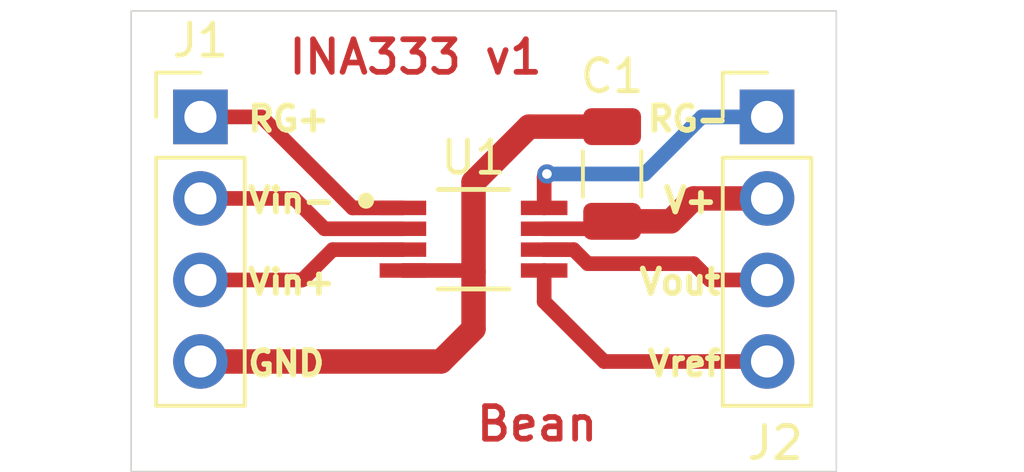
<source format=kicad_pcb>
(kicad_pcb (version 20241229) (generator "pcbnew") (generator_version "9.0")
  (layers (0 "F.Cu" signal) (2 "B.Cu" signal) (13 "F.Paste" user) (15 "B.Paste" user) (5 "F.SilkS" user "F.Silkscreen") (7 "B.SilkS" user "B.Silkscreen") (1 "F.Mask" user) (3 "B.Mask" user) (25 "Edge.Cuts" user))
  (net 0 "")
  (net 1 "GND")
  (net 2 "V+")
  (net 3 "/Vin-")
  (net 4 "/Vin+")
  (net 5 "/RG+")
  (net 6 "/RG-")
  (net 7 "/Vout")
  (net 8 "/Vref")
  (footprint "Capacitor_SMD:C_1206_3216Metric" (layer "F.Cu") (at 142.494 65.278 -90)
    (property "Reference" "C1" (at -3.048 0 180) (layer "F.SilkS"))
    (property "Value" "100n")
    (fp_line (start -0.711252 0.91) (end 0.711252 0.91) (stroke (width 0.12)) (layer "F.SilkS"))
    (fp_line (start -0.711252 -0.91) (end 0.711252 -0.91) (stroke (width 0.12)) (layer "F.SilkS"))
    (pad "1" smd roundrect (at -1.475 0 270) (size 1.15 1.8) (layers "F.Cu" "F.Mask" "F.Paste") (roundrect_rratio 0.217391) (net 1 "GND"))
    (pad "2" smd roundrect (at 1.475 0 270) (size 1.15 1.8) (layers "F.Cu" "F.Mask" "F.Paste") (roundrect_rratio 0.217391) (net 2 "V+"))
  )
  (footprint "Connector_PinHeader_2.54mm:PinHeader_1x04_P2.54mm_Vertical" (layer "F.Cu") (at 129.667 63.5)
    (property "Reference" "J1" (at 0 -2.38 0) (layer "F.SilkS"))
    (property "Value" "Conn_01x04_Pin")
    (fp_line (start -1.38 -1.38) (end 0 -1.38) (stroke (width 0.12)) (layer "F.SilkS"))
    (fp_line (start -1.38 0) (end -1.38 -1.38) (stroke (width 0.12)) (layer "F.SilkS"))
    (fp_line (start -1.38 1.27) (end -1.38 9) (stroke (width 0.12)) (layer "F.SilkS"))
    (fp_line (start -1.38 1.27) (end 1.38 1.27) (stroke (width 0.12)) (layer "F.SilkS"))
    (fp_line (start -1.38 9) (end 1.38 9) (stroke (width 0.12)) (layer "F.SilkS"))
    (fp_line (start 1.38 1.27) (end 1.38 9) (stroke (width 0.12)) (layer "F.SilkS"))
    (pad "1" thru_hole rect (at 0 0) (size 1.7 1.7) (drill 1) (layers "*.Cu" "*.Mask") (net 5 "/RG+"))
    (pad "2" thru_hole circle (at 0 2.54) (size 1.7 1.7) (drill 1) (layers "*.Cu" "*.Mask") (net 3 "/Vin-"))
    (pad "3" thru_hole circle (at 0 5.08) (size 1.7 1.7) (drill 1) (layers "*.Cu" "*.Mask") (net 4 "/Vin+"))
    (pad "4" thru_hole circle (at 0 7.62) (size 1.7 1.7) (drill 1) (layers "*.Cu" "*.Mask") (net 1 "GND"))
  )
  (footprint "Connector_PinHeader_2.54mm:PinHeader_1x04_P2.54mm_Vertical" (layer "F.Cu") (at 147.32 63.5)
    (property "Reference" "J2" (at 0.254 10.16 0) (layer "F.SilkS"))
    (property "Value" "Conn_01x04_Pin")
    (fp_line (start -1.38 -1.38) (end 0 -1.38) (stroke (width 0.12)) (layer "F.SilkS"))
    (fp_line (start -1.38 0) (end -1.38 -1.38) (stroke (width 0.12)) (layer "F.SilkS"))
    (fp_line (start -1.38 1.27) (end -1.38 9) (stroke (width 0.12)) (layer "F.SilkS"))
    (fp_line (start -1.38 1.27) (end 1.38 1.27) (stroke (width 0.12)) (layer "F.SilkS"))
    (fp_line (start -1.38 9) (end 1.38 9) (stroke (width 0.12)) (layer "F.SilkS"))
    (fp_line (start 1.38 1.27) (end 1.38 9) (stroke (width 0.12)) (layer "F.SilkS"))
    (pad "1" thru_hole rect (at 0 0) (size 1.7 1.7) (drill 1) (layers "*.Cu" "*.Mask") (net 6 "/RG-"))
    (pad "2" thru_hole circle (at 0 2.54) (size 1.7 1.7) (drill 1) (layers "*.Cu" "*.Mask") (net 2 "V+"))
    (pad "3" thru_hole circle (at 0 5.08) (size 1.7 1.7) (drill 1) (layers "*.Cu" "*.Mask") (net 7 "/Vout"))
    (pad "4" thru_hole circle (at 0 7.62) (size 1.7 1.7) (drill 1) (layers "*.Cu" "*.Mask") (net 8 "/Vref"))
  )
  (footprint "Instrumentation_Amp:INA333_VSSOP" (layer "F.Cu") (at 138.176 67.31)
    (property "Reference" "U1" (at 0 -2.54 0) (layer "F.SilkS"))
    (property "Value" "INA333AIDGKR")
    (fp_line (start -1.1 -1.549999) (end 1.1 -1.549999) (stroke (width 0.15)) (layer "F.SilkS"))
    (fp_line (start -1.1 1.549999) (end 1.1 1.549999) (stroke (width 0.15)) (layer "F.SilkS"))
    (fp_circle (center -3.350001 -1.2) (end -3.225 -1.2) (stroke (width 0.25)) (fill no) (layer "F.SilkS"))
    (pad "1" smd rect (at -2.200001 -0.974999) (size 1.45 0.449999) (layers "F.Cu" "F.Mask" "F.Paste") (net 5 "/RG+") (clearance 0))
    (pad "2" smd rect (at -2.200001 -0.325001) (size 1.45 0.449999) (layers "F.Cu" "F.Mask" "F.Paste") (net 3 "/Vin-"))
    (pad "3" smd rect (at -2.200001 0.325001) (size 1.45 0.449999) (layers "F.Cu" "F.Mask" "F.Paste") (net 4 "/Vin+"))
    (pad "4" smd rect (at -2.200001 0.974999) (size 1.45 0.449999) (layers "F.Cu" "F.Mask" "F.Paste") (net 1 "GND"))
    (pad "5" smd rect (at 2.200001 0.974999) (size 1.45 0.449999) (layers "F.Cu" "F.Mask" "F.Paste") (net 8 "/Vref"))
    (pad "6" smd rect (at 2.200001 0.325001) (size 1.45 0.449999) (layers "F.Cu" "F.Mask" "F.Paste") (net 7 "/Vout"))
    (pad "7" smd rect (at 2.200001 -0.325001) (size 1.45 0.449999) (layers "F.Cu" "F.Mask" "F.Paste") (net 2 "V+"))
    (pad "8" smd rect (at 2.200001 -0.974999) (size 1.45 0.449999) (layers "F.Cu" "F.Mask" "F.Paste") (net 6 "/RG-"))
  )
  (gr_rect (start 127.508 60.198) (end 149.479 74.549) (stroke (width 0.05)) (fill no) (layer "Edge.Cuts"))
  (gr_text "Bean" (at 138.176 73.66 0) (layer "F.Cu") (effects (font (size 1.016 1.016) (thickness 0.1778) (bold yes)) (justify left bottom)))
  (gr_text "INA333 v1" (at 132.334 62.23 0) (layer "F.Cu") (effects (font (size 1.016 1.016) (thickness 0.1778) (bold yes)) (justify left bottom)))
  (gr_text "RG-" (at 143.51 64.008 0) (layer "F.SilkS") (effects (font (size 0.762 0.762) (thickness 0.1778) (bold yes)) (justify left bottom)))
  (gr_text "GND" (at 131.064 71.628 0) (layer "F.SilkS") (effects (font (size 0.762 0.762) (thickness 0.1778) (bold yes)) (justify left bottom)))
  (gr_text "Vin+" (at 131.064 69.088 0) (layer "F.SilkS") (effects (font (size 0.762 0.762) (thickness 0.1778) (bold yes)) (justify left bottom)))
  (gr_text "Vout" (at 143.256 69.088 0) (layer "F.SilkS") (effects (font (size 0.762 0.762) (thickness 0.1778) (bold yes)) (justify left bottom)))
  (gr_text "Vref" (at 143.51 71.628 0) (layer "F.SilkS") (effects (font (size 0.762 0.762) (thickness 0.1778) (bold yes)) (justify left bottom)))
  (gr_text "Vin-" (at 131.064 66.548 0) (layer "F.SilkS") (effects (font (size 0.762 0.762) (thickness 0.1778) (bold yes)) (justify left bottom)))
  (gr_text "RG+" (at 131.064 64.008 0) (layer "F.SilkS") (effects (font (size 0.762 0.762) (thickness 0.1778) (bold yes)) (justify left bottom)))
  (gr_text "V+" (at 144.018 66.548 0) (layer "F.SilkS") (effects (font (size 0.762 0.762) (thickness 0.1778) (bold yes)) (justify left bottom)))
  (segment (start 139.905 63.803) (end 142.494 63.803) (width 0.762) (layer "F.Cu") (net 1))
  (segment (start 138.176 68.326) (end 138.176 65.532) (width 0.762) (layer "F.Cu") (net 1))
  (segment (start 138.176 65.532) (end 139.905 63.803) (width 0.762) (layer "F.Cu") (net 1))
  (segment (start 129.667 71.12) (end 137.16 71.12) (width 0.762) (layer "F.Cu") (net 1))
  (segment (start 138.134999 68.284999) (end 138.176 68.326) (width 0.4572) (layer "F.Cu") (net 1))
  (segment (start 137.16 71.12) (end 138.176 70.104) (width 0.762) (layer "F.Cu") (net 1))
  (segment (start 135.975999 68.284999) (end 138.134999 68.284999) (width 0.4572) (layer "F.Cu") (net 1))
  (segment (start 138.176 70.104) (end 138.176 68.326) (width 0.762) (layer "F.Cu") (net 1))
  (segment (start 145.034 66.04) (end 147.32 66.04) (width 0.762) (layer "F.Cu") (net 2))
  (segment (start 144.321 66.753) (end 145.034 66.04) (width 0.762) (layer "F.Cu") (net 2))
  (segment (start 142.262001 66.984999) (end 142.494 66.753) (width 0.4572) (layer "F.Cu") (net 2))
  (segment (start 140.376001 66.984999) (end 142.262001 66.984999) (width 0.4572) (layer "F.Cu") (net 2))
  (segment (start 142.494 66.753) (end 144.321 66.753) (width 0.762) (layer "F.Cu") (net 2))
  (segment (start 133.532999 66.984999) (end 132.588 66.04) (width 0.4572) (layer "F.Cu") (net 3))
  (segment (start 132.588 66.04) (end 129.667 66.04) (width 0.4572) (layer "F.Cu") (net 3))
  (segment (start 135.975999 66.984999) (end 133.532999 66.984999) (width 0.4572) (layer "F.Cu") (net 3))
  (segment (start 133.786999 67.635001) (end 132.842 68.58) (width 0.4572) (layer "F.Cu") (net 4))
  (segment (start 132.842 68.58) (end 129.667 68.58) (width 0.4572) (layer "F.Cu") (net 4))
  (segment (start 135.975999 67.635001) (end 133.786999 67.635001) (width 0.4572) (layer "F.Cu") (net 4))
  (segment (start 135.975999 66.335001) (end 134.407001 66.335001) (width 0.4572) (layer "F.Cu") (net 5))
  (segment (start 131.572 63.5) (end 129.667 63.5) (width 0.4572) (layer "F.Cu") (net 5))
  (segment (start 134.407001 66.335001) (end 131.572 63.5) (width 0.4572) (layer "F.Cu") (net 5))
  (segment (start 140.376001 66.335001) (end 140.376001 65.363999) (width 0.4572) (layer "F.Cu") (net 6))
  (segment (start 140.376001 65.363999) (end 140.462 65.278) (width 0.4572) (layer "F.Cu") (net 6))
  (via (at 140.462 65.278) (size 0.6) (drill 0.3) (layers "F.Cu" "B.Cu") (net 6))
  (segment (start 140.462 65.278) (end 143.51 65.278) (width 0.4572) (layer "B.Cu") (net 6))
  (segment (start 145.288 63.5) (end 147.32 63.5) (width 0.4572) (layer "B.Cu") (net 6))
  (segment (start 143.51 65.278) (end 145.288 63.5) (width 0.4572) (layer "B.Cu") (net 6))
  (segment (start 140.376001 67.635001) (end 141.295001 67.635001) (width 0.4572) (layer "F.Cu") (net 7))
  (segment (start 141.732 68.072) (end 145.034 68.072) (width 0.4572) (layer "F.Cu") (net 7))
  (segment (start 141.295001 67.635001) (end 141.732 68.072) (width 0.4572) (layer "F.Cu") (net 7))
  (segment (start 145.542 68.58) (end 147.32 68.58) (width 0.4572) (layer "F.Cu") (net 7))
  (segment (start 145.034 68.072) (end 145.542 68.58) (width 0.4572) (layer "F.Cu") (net 7))
  (segment (start 140.376001 68.284999) (end 140.376001 69.256001) (width 0.4572) (layer "F.Cu") (net 8))
  (segment (start 142.24 71.12) (end 147.32 71.12) (width 0.4572) (layer "F.Cu") (net 8))
  (segment (start 140.376001 69.256001) (end 142.24 71.12) (width 0.4572) (layer "F.Cu") (net 8))
)
</source>
